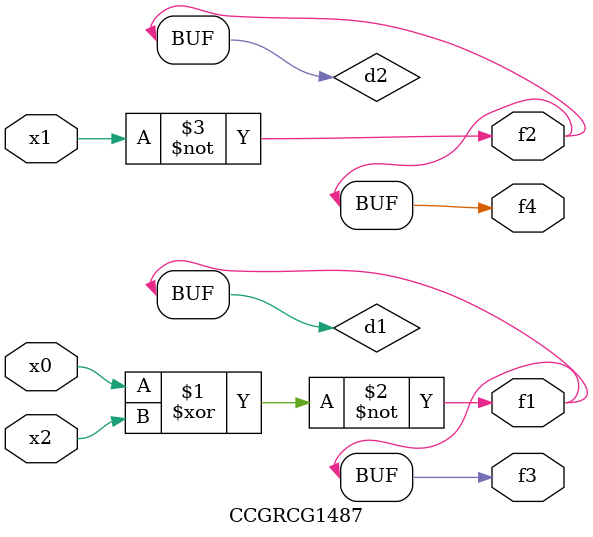
<source format=v>
module CCGRCG1487(
	input x0, x1, x2,
	output f1, f2, f3, f4
);

	wire d1, d2, d3;

	xnor (d1, x0, x2);
	nand (d2, x1);
	nor (d3, x1, x2);
	assign f1 = d1;
	assign f2 = d2;
	assign f3 = d1;
	assign f4 = d2;
endmodule

</source>
